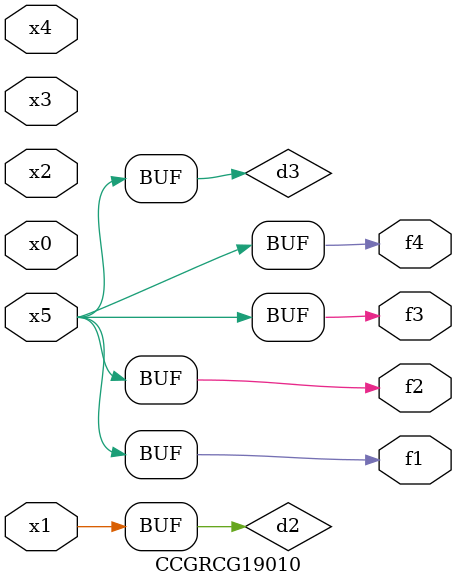
<source format=v>
module CCGRCG19010(
	input x0, x1, x2, x3, x4, x5,
	output f1, f2, f3, f4
);

	wire d1, d2, d3;

	not (d1, x5);
	or (d2, x1);
	xnor (d3, d1);
	assign f1 = d3;
	assign f2 = d3;
	assign f3 = d3;
	assign f4 = d3;
endmodule

</source>
